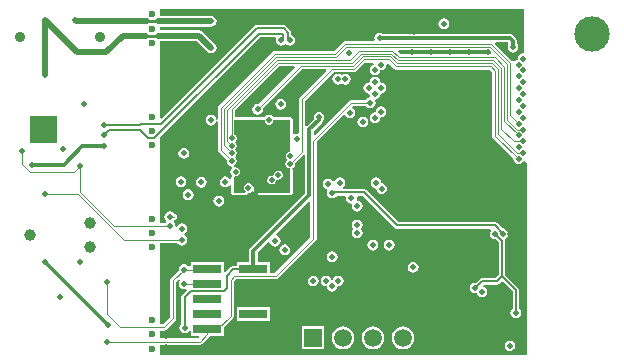
<source format=gbl>
G04*
G04 #@! TF.GenerationSoftware,Altium Limited,Altium Designer,20.0.13 (296)*
G04*
G04 Layer_Physical_Order=4*
G04 Layer_Color=16711680*
%FSLAX24Y24*%
%MOIN*%
G70*
G01*
G75*
%ADD11C,0.0079*%
%ADD12C,0.0059*%
%ADD13C,0.0098*%
%ADD15C,0.0118*%
%ADD19C,0.0049*%
%ADD43R,0.0945X0.0299*%
%ADD55R,0.0118X0.0197*%
%ADD119C,0.0236*%
%ADD122C,0.0354*%
%ADD123C,0.1181*%
%ADD127C,0.0197*%
%ADD138C,0.0390*%
%ADD139O,0.0354X0.0630*%
%ADD140C,0.0591*%
%ADD141R,0.0591X0.0591*%
%ADD142C,0.0197*%
%ADD143C,0.0240*%
G36*
X12500Y11680D02*
Y10208D01*
X12490Y10200D01*
X12421Y10187D01*
X12362Y10147D01*
X12323Y10089D01*
X12310Y10020D01*
X12314Y10000D01*
X12264Y9990D01*
X12205Y9951D01*
X12189Y9927D01*
X12187Y9926D01*
X12132Y9931D01*
X12122Y9945D01*
X11545Y10522D01*
X11564Y10568D01*
X11979D01*
X11990Y10558D01*
Y10490D01*
X11978Y10473D01*
X11965Y10404D01*
X11978Y10334D01*
X12018Y10276D01*
X12076Y10237D01*
X12145Y10223D01*
X12214Y10237D01*
X12273Y10276D01*
X12312Y10334D01*
X12326Y10404D01*
X12312Y10473D01*
X12273Y10531D01*
X12271Y10533D01*
Y10616D01*
X12260Y10670D01*
X12230Y10715D01*
X12137Y10808D01*
X12091Y10838D01*
X12037Y10849D01*
X7815D01*
X7776Y10876D01*
X7707Y10889D01*
X7638Y10876D01*
X7579Y10836D01*
X7540Y10778D01*
X7526Y10709D01*
X7535Y10662D01*
X7502Y10612D01*
X6546D01*
X6546Y10612D01*
X6506Y10604D01*
X6472Y10581D01*
X6472Y10581D01*
X6164Y10274D01*
X4199D01*
X4199Y10274D01*
X4158Y10266D01*
X4124Y10243D01*
X4124Y10243D01*
X2343Y8462D01*
X2321Y8428D01*
X2313Y8388D01*
X2313Y8388D01*
Y8027D01*
X2280Y7991D01*
X2280Y7991D01*
Y7991D01*
X2263Y7989D01*
X2262Y7990D01*
X2254Y8035D01*
X2214Y8093D01*
X2156Y8132D01*
X2087Y8146D01*
X2017Y8132D01*
X1959Y8093D01*
X1920Y8035D01*
X1906Y7966D01*
X1920Y7896D01*
X1959Y7838D01*
X2017Y7799D01*
X2087Y7785D01*
X2156Y7799D01*
X2214Y7838D01*
X2254Y7896D01*
X2262Y7941D01*
X2263Y7942D01*
X2280Y7940D01*
Y7940D01*
X2280Y7940D01*
X2313Y7904D01*
Y6980D01*
X2313Y6980D01*
X2321Y6940D01*
X2343Y6906D01*
X2611Y6639D01*
X2606Y6612D01*
X2619Y6543D01*
X2658Y6484D01*
X2717Y6445D01*
X2759Y6437D01*
X2758Y6430D01*
X2758Y6426D01*
X2758Y6425D01*
X2758Y6424D01*
X2759Y6418D01*
X2759Y6415D01*
X2760Y6412D01*
X2761Y6404D01*
X2763Y6400D01*
X2764Y6395D01*
X2769Y6374D01*
X2730Y6315D01*
X2716Y6246D01*
X2730Y6177D01*
X2769Y6118D01*
X2765Y6100D01*
X2761Y6091D01*
X2761Y6090D01*
X2760Y6089D01*
X2758Y6075D01*
X2754Y6061D01*
X2755Y6060D01*
X2754Y6058D01*
Y6030D01*
X2704Y6015D01*
X2687Y6041D01*
X2628Y6080D01*
X2559Y6094D01*
X2490Y6080D01*
X2431Y6041D01*
X2392Y5982D01*
X2378Y5913D01*
X2392Y5844D01*
X2431Y5786D01*
X2490Y5746D01*
X2559Y5733D01*
X2628Y5746D01*
X2687Y5786D01*
X2704Y5812D01*
X2754Y5797D01*
Y5552D01*
X2760Y5521D01*
X2778Y5495D01*
X2804Y5478D01*
X2835Y5472D01*
X3216D01*
X3229Y5475D01*
X3243Y5477D01*
X3244Y5478D01*
X3246Y5478D01*
X3258Y5486D01*
X3269Y5493D01*
X3271Y5494D01*
X3272Y5495D01*
X3280Y5507D01*
X3288Y5518D01*
X3300Y5543D01*
X3327Y5538D01*
X3396Y5552D01*
X3455Y5591D01*
X3459Y5597D01*
X3509Y5582D01*
Y5433D01*
X3528Y5388D01*
X3573Y5369D01*
X3618Y5388D01*
X3637Y5433D01*
Y5472D01*
X4724Y5472D01*
X4755Y5478D01*
X4781Y5495D01*
X4799Y5521D01*
X4805Y5552D01*
Y6322D01*
X4805Y6322D01*
X4805Y6322D01*
X4802Y6338D01*
X4799Y6353D01*
X4798Y6353D01*
X4798Y6353D01*
X4794Y6363D01*
X4833Y6388D01*
X4872Y6447D01*
X4886Y6516D01*
X4882Y6536D01*
X5169Y6823D01*
X5219Y6804D01*
Y5529D01*
X3391Y3701D01*
X3360Y3655D01*
X3350Y3601D01*
Y3229D01*
X2939D01*
Y3121D01*
X2829D01*
X2783Y3112D01*
X2744Y3086D01*
X2744Y3086D01*
X2556Y2897D01*
X2506Y2918D01*
Y3229D01*
X1404D01*
Y3097D01*
X1324D01*
X1309Y3120D01*
X1250Y3159D01*
X1181Y3173D01*
X1112Y3159D01*
X1053Y3120D01*
X1014Y3061D01*
X1000Y2992D01*
X1006Y2966D01*
X745Y2706D01*
X723Y2671D01*
X715Y2631D01*
X715Y2631D01*
Y1404D01*
X479Y1168D01*
X394D01*
Y3871D01*
X955D01*
X975Y3842D01*
X1033Y3803D01*
X1102Y3789D01*
X1171Y3803D01*
X1230Y3842D01*
X1269Y3901D01*
X1283Y3970D01*
X1269Y4039D01*
X1230Y4098D01*
X1177Y4134D01*
X1174Y4160D01*
X1177Y4187D01*
X1230Y4223D01*
X1269Y4281D01*
X1283Y4350D01*
X1269Y4420D01*
X1230Y4478D01*
X1171Y4517D01*
X1102Y4531D01*
X1033Y4517D01*
X975Y4478D01*
X935Y4420D01*
X888Y4431D01*
X889Y4439D01*
X876Y4508D01*
X836Y4567D01*
X831Y4570D01*
Y4612D01*
X838Y4626D01*
X853Y4648D01*
X882Y4654D01*
X916Y4677D01*
X939Y4711D01*
X947Y4751D01*
X939Y4792D01*
X916Y4826D01*
X882Y4849D01*
X853Y4854D01*
X836Y4879D01*
X778Y4918D01*
X709Y4932D01*
X640Y4918D01*
X581Y4879D01*
X542Y4821D01*
X528Y4751D01*
X542Y4682D01*
X581Y4624D01*
X567Y4577D01*
X546Y4554D01*
X394D01*
Y7408D01*
X3727Y10741D01*
X4226D01*
X4250Y10691D01*
X4238Y10630D01*
X4251Y10561D01*
X4290Y10502D01*
X4349Y10463D01*
X4418Y10449D01*
X4487Y10463D01*
X4526Y10489D01*
X4562Y10498D01*
X4597Y10489D01*
X4636Y10463D01*
X4705Y10449D01*
X4774Y10463D01*
X4833Y10502D01*
X4872Y10561D01*
X4886Y10630D01*
X4872Y10699D01*
X4833Y10758D01*
X4774Y10797D01*
X4761Y10800D01*
Y10890D01*
X4752Y10933D01*
X4728Y10968D01*
X4590Y11107D01*
X4554Y11131D01*
X4512Y11139D01*
X3607D01*
X3565Y11131D01*
X3529Y11107D01*
X440Y8017D01*
X394Y8036D01*
Y10609D01*
X1611D01*
X1963Y10257D01*
X2021Y10218D01*
X2091Y10204D01*
X2160Y10218D01*
X2218Y10257D01*
X2257Y10316D01*
X2271Y10385D01*
X2257Y10454D01*
X2218Y10513D01*
X1813Y10918D01*
X1755Y10957D01*
X1686Y10971D01*
X394D01*
Y11079D01*
X2087D01*
X2156Y11093D01*
X2214Y11132D01*
X2254Y11191D01*
X2267Y11260D01*
X2254Y11329D01*
X2214Y11387D01*
X2156Y11427D01*
X2087Y11440D01*
X394D01*
Y11680D01*
X11811Y11680D01*
X12500Y11680D01*
D02*
G37*
G36*
X11414Y10216D02*
X11395Y10169D01*
X8399D01*
X8312Y10257D01*
X8331Y10303D01*
X11327D01*
X11414Y10216D01*
D02*
G37*
G36*
X7526Y9840D02*
X7523Y9831D01*
X7480Y9822D01*
X7421Y9783D01*
X7382Y9725D01*
X7369Y9656D01*
X7382Y9586D01*
X7421Y9528D01*
X7480Y9489D01*
X7549Y9475D01*
X7618Y9489D01*
X7677Y9528D01*
X7716Y9586D01*
X7728Y9646D01*
X7746Y9642D01*
X7815Y9656D01*
X7874Y9695D01*
X7913Y9754D01*
X7927Y9823D01*
X7970Y9860D01*
X7992Y9861D01*
X8164Y9689D01*
X8164Y9689D01*
X8198Y9666D01*
X8238Y9658D01*
X8238Y9658D01*
X11369D01*
X11450Y9578D01*
Y7451D01*
X11450Y7451D01*
X11458Y7410D01*
X11481Y7376D01*
X12157Y6700D01*
X12152Y6673D01*
X12166Y6604D01*
X12205Y6545D01*
X12264Y6506D01*
X12333Y6493D01*
X12402Y6506D01*
X12460Y6545D01*
X12468Y6558D01*
X12499Y6593D01*
X12549Y6594D01*
X12598Y6544D01*
X12598Y131D01*
X394Y131D01*
Y485D01*
X1718D01*
X1718Y485D01*
X1759Y493D01*
X1793Y516D01*
X2029Y752D01*
X2043Y772D01*
X2506D01*
Y1080D01*
X2806Y1380D01*
X2806Y1380D01*
X2829Y1414D01*
X2837Y1454D01*
X2837Y1454D01*
Y2601D01*
X2907Y2672D01*
X4247D01*
X4247Y2672D01*
X4287Y2680D01*
X4321Y2703D01*
X5567Y3948D01*
X5567Y3948D01*
X5589Y3982D01*
X5598Y4022D01*
X5598Y4022D01*
Y7245D01*
X6496Y8143D01*
X6551Y8129D01*
X6582Y8082D01*
X6641Y8043D01*
X6710Y8029D01*
X6779Y8043D01*
X6838Y8082D01*
X6877Y8141D01*
X6891Y8210D01*
X6877Y8279D01*
X6838Y8338D01*
X6805Y8360D01*
X6795Y8415D01*
X6819Y8445D01*
X7243D01*
X7258Y8422D01*
X7317Y8383D01*
X7386Y8369D01*
X7455Y8383D01*
X7514Y8422D01*
X7553Y8481D01*
X7566Y8550D01*
X7554Y8612D01*
X7553Y8620D01*
X7582Y8665D01*
X7618Y8672D01*
X7677Y8711D01*
X7716Y8769D01*
X7724Y8808D01*
X7746Y8855D01*
X7815Y8869D01*
X7874Y8908D01*
X7913Y8966D01*
X7927Y9035D01*
X7913Y9105D01*
X7874Y9163D01*
X7815Y9202D01*
X7746Y9216D01*
X7724Y9263D01*
X7716Y9301D01*
X7677Y9360D01*
X7618Y9399D01*
X7549Y9413D01*
X7480Y9399D01*
X7421Y9360D01*
X7382Y9301D01*
X7369Y9232D01*
X7321Y9214D01*
X7264Y9203D01*
X7205Y9164D01*
X7166Y9105D01*
X7152Y9036D01*
X7166Y8967D01*
X7205Y8908D01*
X7264Y8869D01*
X7333Y8855D01*
X7373Y8819D01*
X7381Y8777D01*
X7382Y8769D01*
X7353Y8724D01*
X7317Y8717D01*
X7258Y8678D01*
X7243Y8655D01*
X6753D01*
X6753Y8655D01*
X6713Y8647D01*
X6679Y8625D01*
X6679Y8625D01*
X5546Y7492D01*
X5500Y7511D01*
Y7604D01*
X5781Y7885D01*
X5811Y7931D01*
X5814Y7942D01*
X5849Y7994D01*
X5862Y8063D01*
X5849Y8133D01*
X5809Y8191D01*
X5751Y8230D01*
X5682Y8244D01*
X5612Y8230D01*
X5554Y8191D01*
X5515Y8133D01*
X5501Y8063D01*
X5511Y8013D01*
X5264Y7765D01*
X5248Y7767D01*
X5214Y7782D01*
Y8615D01*
X6169Y9571D01*
X6853D01*
X6853Y9571D01*
X6893Y9579D01*
X6928Y9602D01*
X7216Y9890D01*
X7492D01*
X7526Y9840D01*
D02*
G37*
G36*
X4724Y6919D02*
X4715Y6910D01*
X4704Y6909D01*
X4694Y6908D01*
X4683Y6906D01*
X4673Y6904D01*
X4663Y6901D01*
X4653Y6897D01*
X4644Y6892D01*
X4635Y6886D01*
X4626Y6880D01*
X4618Y6874D01*
X4610Y6867D01*
X4603Y6859D01*
X4597Y6851D01*
X4591Y6842D01*
X4585Y6833D01*
X4580Y6824D01*
X4576Y6814D01*
X4573Y6804D01*
X4570Y6794D01*
X4569Y6783D01*
X4567Y6773D01*
X4567Y6762D01*
X4567Y6752D01*
X4569Y6741D01*
X4570Y6731D01*
X4573Y6721D01*
X4576Y6711D01*
X4580Y6701D01*
X4585Y6691D01*
X4591Y6682D01*
X4597Y6674D01*
X4604Y6659D01*
X4606Y6642D01*
X4602Y6626D01*
X4593Y6613D01*
X4587Y6605D01*
X4581Y6596D01*
X4575Y6587D01*
X4571Y6577D01*
X4567Y6568D01*
X4563Y6558D01*
X4561Y6547D01*
X4559Y6537D01*
X4558Y6527D01*
X4557Y6516D01*
X4558Y6506D01*
X4559Y6495D01*
X4561Y6485D01*
X4563Y6474D01*
X4567Y6464D01*
X4571Y6455D01*
X4575Y6445D01*
X4581Y6436D01*
X4587Y6428D01*
X4593Y6419D01*
X4600Y6412D01*
X4608Y6404D01*
X4616Y6398D01*
X4625Y6392D01*
X4634Y6386D01*
X4644Y6382D01*
X4653Y6378D01*
X4663Y6374D01*
X4674Y6372D01*
X4684Y6370D01*
X4694Y6369D01*
X4705Y6368D01*
X4724Y6322D01*
Y5552D01*
X3632Y5552D01*
Y5709D01*
X3632Y5715D01*
X3631Y5722D01*
X3629Y5728D01*
X3626Y5734D01*
X3623Y5740D01*
X3619Y5746D01*
X3615Y5750D01*
X3610Y5755D01*
X3604Y5759D01*
X3598Y5762D01*
X3592Y5764D01*
X3586Y5766D01*
X3579Y5767D01*
X3573Y5768D01*
X3566Y5767D01*
X3560Y5766D01*
X3553Y5764D01*
X3547Y5762D01*
X3541Y5759D01*
X3536Y5755D01*
X3531Y5750D01*
X3527Y5746D01*
X3523Y5741D01*
X3517Y5740D01*
X3501Y5739D01*
X3471Y5749D01*
X3471Y5750D01*
X3469Y5760D01*
X3465Y5770D01*
X3461Y5780D01*
X3456Y5789D01*
X3451Y5798D01*
X3445Y5807D01*
X3438Y5815D01*
X3431Y5823D01*
X3424Y5830D01*
X3415Y5837D01*
X3407Y5843D01*
X3398Y5848D01*
X3388Y5853D01*
X3378Y5857D01*
X3368Y5860D01*
X3358Y5863D01*
X3348Y5865D01*
X3337Y5866D01*
X3327Y5866D01*
X3316Y5866D01*
X3306Y5865D01*
X3295Y5863D01*
X3285Y5860D01*
X3275Y5857D01*
X3265Y5853D01*
X3256Y5848D01*
X3247Y5843D01*
X3238Y5837D01*
X3230Y5830D01*
X3222Y5823D01*
X3215Y5815D01*
X3209Y5807D01*
X3202Y5798D01*
X3197Y5789D01*
X3192Y5780D01*
X3188Y5770D01*
X3185Y5760D01*
X3182Y5750D01*
X3181Y5740D01*
X3179Y5729D01*
X3179Y5719D01*
X3179Y5708D01*
X3181Y5697D01*
X3182Y5687D01*
X3185Y5677D01*
X3188Y5667D01*
X3192Y5657D01*
X3197Y5648D01*
X3202Y5639D01*
X3209Y5630D01*
X3215Y5622D01*
X3222Y5614D01*
X3230Y5607D01*
X3236Y5602D01*
X3236Y5596D01*
X3216Y5552D01*
X2835D01*
Y6058D01*
X2838Y6067D01*
X2844Y6074D01*
X2862Y6088D01*
X2885Y6099D01*
X2886Y6099D01*
X2897Y6098D01*
X2907Y6099D01*
X2918Y6100D01*
X2928Y6102D01*
X2938Y6104D01*
X2948Y6108D01*
X2958Y6112D01*
X2968Y6116D01*
X2977Y6122D01*
X2985Y6128D01*
X2994Y6134D01*
X3001Y6142D01*
X3008Y6149D01*
X3015Y6158D01*
X3021Y6166D01*
X3026Y6175D01*
X3031Y6185D01*
X3035Y6194D01*
X3039Y6204D01*
X3041Y6215D01*
X3043Y6225D01*
X3044Y6236D01*
X3045Y6246D01*
X3044Y6257D01*
X3043Y6267D01*
X3041Y6277D01*
X3039Y6288D01*
X3035Y6298D01*
X3031Y6307D01*
X3026Y6317D01*
X3021Y6326D01*
X3015Y6335D01*
X3008Y6343D01*
X3001Y6351D01*
X2994Y6358D01*
X2985Y6364D01*
X2977Y6370D01*
X2968Y6376D01*
X2958Y6380D01*
X2948Y6384D01*
X2938Y6388D01*
X2928Y6390D01*
X2918Y6392D01*
X2907Y6393D01*
X2897Y6394D01*
X2886Y6393D01*
X2885Y6393D01*
X2862Y6404D01*
X2844Y6418D01*
X2838Y6425D01*
X2838Y6426D01*
X2838Y6431D01*
X2848Y6478D01*
X2857Y6483D01*
X2866Y6488D01*
X2875Y6494D01*
X2883Y6501D01*
X2891Y6508D01*
X2898Y6515D01*
X2904Y6524D01*
X2910Y6532D01*
X2916Y6541D01*
X2921Y6551D01*
X2925Y6561D01*
X2928Y6571D01*
X2930Y6581D01*
X2932Y6591D01*
X2934Y6602D01*
X2934Y6612D01*
X2934Y6623D01*
X2932Y6633D01*
X2930Y6644D01*
X2928Y6654D01*
X2925Y6664D01*
X2921Y6674D01*
X2916Y6683D01*
X2910Y6692D01*
X2904Y6701D01*
X2899Y6707D01*
X2896Y6711D01*
X2896Y6712D01*
X2891Y6732D01*
X2891Y6752D01*
X2897Y6770D01*
X2898Y6773D01*
X2899Y6774D01*
X2905Y6782D01*
X2911Y6790D01*
X2917Y6799D01*
X2921Y6809D01*
X2925Y6818D01*
X2929Y6828D01*
X2931Y6839D01*
X2933Y6849D01*
X2934Y6860D01*
X2935Y6870D01*
X2934Y6881D01*
X2933Y6891D01*
X2931Y6901D01*
X2929Y6912D01*
X2925Y6922D01*
X2921Y6931D01*
X2917Y6941D01*
X2911Y6950D01*
X2905Y6959D01*
X2904Y6960D01*
X2899Y6967D01*
X2891Y6984D01*
X2890Y7001D01*
X2896Y7018D01*
X2904Y7028D01*
X2910Y7037D01*
X2915Y7046D01*
X2920Y7055D01*
X2924Y7065D01*
X2927Y7075D01*
X2930Y7085D01*
X2932Y7095D01*
X2933Y7106D01*
X2933Y7116D01*
X2933Y7127D01*
X2932Y7138D01*
X2930Y7148D01*
X2927Y7158D01*
X2924Y7168D01*
X2920Y7178D01*
X2915Y7187D01*
X2910Y7196D01*
X2904Y7205D01*
X2897Y7215D01*
X2890Y7232D01*
X2891Y7248D01*
X2899Y7266D01*
X2904Y7273D01*
X2905Y7274D01*
X2911Y7283D01*
X2917Y7292D01*
X2921Y7301D01*
X2925Y7311D01*
X2929Y7321D01*
X2931Y7331D01*
X2933Y7342D01*
X2934Y7352D01*
X2935Y7363D01*
X2934Y7373D01*
X2933Y7384D01*
X2931Y7394D01*
X2929Y7404D01*
X2925Y7414D01*
X2921Y7424D01*
X2917Y7433D01*
X2911Y7442D01*
X2905Y7451D01*
X2899Y7459D01*
X2892Y7467D01*
X2884Y7474D01*
X2876Y7481D01*
X2867Y7487D01*
X2861Y7490D01*
Y7992D01*
X3818Y7992D01*
X3829Y7989D01*
X3866Y7966D01*
X3867Y7955D01*
X3868Y7945D01*
X3870Y7934D01*
X3872Y7924D01*
X3876Y7914D01*
X3880Y7904D01*
X3884Y7895D01*
X3890Y7886D01*
X3896Y7877D01*
X3902Y7869D01*
X3910Y7861D01*
X3917Y7854D01*
X3926Y7847D01*
X3934Y7841D01*
X3943Y7836D01*
X3953Y7831D01*
X3962Y7827D01*
X3972Y7824D01*
X3983Y7821D01*
X3993Y7819D01*
X4004Y7818D01*
X4014Y7818D01*
X4025Y7818D01*
X4035Y7819D01*
X4045Y7821D01*
X4056Y7824D01*
X4066Y7827D01*
X4075Y7831D01*
X4085Y7836D01*
X4094Y7841D01*
X4103Y7847D01*
X4111Y7854D01*
X4119Y7861D01*
X4126Y7869D01*
X4132Y7877D01*
X4138Y7886D01*
X4144Y7895D01*
X4148Y7904D01*
X4153Y7914D01*
X4156Y7924D01*
X4158Y7934D01*
X4160Y7945D01*
X4161Y7955D01*
X4162Y7966D01*
X4199Y7989D01*
X4210Y7992D01*
X4724D01*
Y6919D01*
D02*
G37*
G36*
X4878Y9721D02*
X3658Y8502D01*
X3632Y8507D01*
X3563Y8494D01*
X3504Y8454D01*
X3465Y8396D01*
X3451Y8327D01*
X3465Y8258D01*
X3504Y8199D01*
X3563Y8160D01*
X3632Y8146D01*
X3701Y8160D01*
X3760Y8199D01*
X3799Y8258D01*
X3813Y8327D01*
X3807Y8353D01*
X5123Y9669D01*
X5904D01*
X5923Y9623D01*
X5034Y8733D01*
X5011Y8699D01*
X5003Y8659D01*
X5003Y8659D01*
Y7560D01*
X4953Y7519D01*
X4931Y7523D01*
X4862Y7509D01*
X4849Y7501D01*
X4805Y7524D01*
Y7992D01*
X4799Y8023D01*
X4781Y8049D01*
X4755Y8066D01*
X4724Y8072D01*
X4210D01*
X4197Y8070D01*
X4185Y8068D01*
X4174Y8065D01*
X4166Y8060D01*
X4164Y8060D01*
X4142Y8093D01*
X4083Y8132D01*
X4014Y8146D01*
X3945Y8132D01*
X3886Y8093D01*
X3864Y8060D01*
X3862Y8060D01*
X3854Y8065D01*
X3843Y8068D01*
X3831Y8070D01*
X3818Y8072D01*
X2892Y8072D01*
Y8296D01*
X4365Y9768D01*
X4858D01*
X4878Y9721D01*
D02*
G37*
G36*
X-3062Y7205D02*
X-3937Y7205D01*
X-3937Y8101D01*
X-3062Y8101D01*
X-3062Y7205D01*
D02*
G37*
G36*
X5387Y5234D02*
Y4066D01*
X4203Y2882D01*
X4041D01*
Y3229D01*
X3631D01*
Y3543D01*
X3995Y3907D01*
X4049Y3891D01*
X4054Y3868D01*
X4093Y3809D01*
X4152Y3770D01*
X4221Y3756D01*
X4290Y3770D01*
X4349Y3809D01*
X4388Y3868D01*
X4401Y3937D01*
X4388Y4006D01*
X4349Y4065D01*
X4290Y4104D01*
X4267Y4108D01*
X4250Y4163D01*
X5341Y5253D01*
X5387Y5234D01*
D02*
G37*
G36*
X1048Y2639D02*
X1014Y2589D01*
X1000Y2520D01*
X1014Y2451D01*
X1053Y2392D01*
X1112Y2353D01*
X1181Y2339D01*
X1250Y2353D01*
X1253Y2354D01*
X1285Y2316D01*
X1116Y2147D01*
X1090Y2108D01*
X1080Y2062D01*
X1080Y2062D01*
Y1176D01*
X1073Y1171D01*
X1034Y1112D01*
X1020Y1043D01*
X1034Y974D01*
X1073Y916D01*
X1132Y876D01*
X1201Y863D01*
X1270Y876D01*
X1329Y916D01*
X1354Y953D01*
X1404Y938D01*
Y772D01*
X1673D01*
X1693Y725D01*
X1670Y696D01*
X394D01*
Y958D01*
X523D01*
X523Y958D01*
X563Y966D01*
X597Y988D01*
X895Y1285D01*
X895Y1285D01*
X917Y1320D01*
X925Y1360D01*
X925Y1360D01*
Y2587D01*
X1009Y2671D01*
X1048Y2639D01*
D02*
G37*
%LPC*%
G36*
X9843Y11362D02*
X9773Y11348D01*
X9715Y11309D01*
X9676Y11250D01*
X9662Y11181D01*
X9676Y11112D01*
X9715Y11053D01*
X9773Y11014D01*
X9843Y11000D01*
X9912Y11014D01*
X9970Y11053D01*
X10009Y11112D01*
X10023Y11181D01*
X10009Y11250D01*
X9970Y11309D01*
X9912Y11348D01*
X9843Y11362D01*
D02*
G37*
G36*
X1171Y7041D02*
X1102Y7027D01*
X1044Y6988D01*
X1004Y6929D01*
X991Y6860D01*
X1004Y6791D01*
X1044Y6733D01*
X1102Y6693D01*
X1171Y6680D01*
X1240Y6693D01*
X1299Y6733D01*
X1338Y6791D01*
X1352Y6860D01*
X1338Y6929D01*
X1299Y6988D01*
X1240Y7027D01*
X1171Y7041D01*
D02*
G37*
G36*
X1083Y6096D02*
X1014Y6082D01*
X955Y6043D01*
X916Y5984D01*
X902Y5915D01*
X916Y5846D01*
X955Y5788D01*
X1014Y5748D01*
X1083Y5735D01*
X1152Y5748D01*
X1210Y5788D01*
X1250Y5846D01*
X1263Y5915D01*
X1250Y5984D01*
X1210Y6043D01*
X1152Y6082D01*
X1083Y6096D01*
D02*
G37*
G36*
X1762Y6076D02*
X1693Y6063D01*
X1634Y6023D01*
X1595Y5965D01*
X1581Y5896D01*
X1595Y5827D01*
X1634Y5768D01*
X1693Y5729D01*
X1762Y5715D01*
X1831Y5729D01*
X1890Y5768D01*
X1929Y5827D01*
X1942Y5896D01*
X1929Y5965D01*
X1890Y6023D01*
X1831Y6063D01*
X1762Y6076D01*
D02*
G37*
G36*
X1319Y5673D02*
X1250Y5659D01*
X1191Y5620D01*
X1152Y5561D01*
X1138Y5492D01*
X1152Y5423D01*
X1191Y5364D01*
X1250Y5325D01*
X1319Y5311D01*
X1388Y5325D01*
X1447Y5364D01*
X1486Y5423D01*
X1500Y5492D01*
X1486Y5561D01*
X1447Y5620D01*
X1388Y5659D01*
X1319Y5673D01*
D02*
G37*
G36*
X2343Y5446D02*
X2273Y5433D01*
X2215Y5393D01*
X2176Y5335D01*
X2162Y5266D01*
X2176Y5197D01*
X2215Y5138D01*
X2273Y5099D01*
X2343Y5085D01*
X2412Y5099D01*
X2470Y5138D01*
X2509Y5197D01*
X2523Y5266D01*
X2509Y5335D01*
X2470Y5393D01*
X2412Y5433D01*
X2343Y5446D01*
D02*
G37*
G36*
X6562Y9512D02*
X6493Y9499D01*
X6435Y9460D01*
X6378Y9498D01*
X6309Y9512D01*
X6240Y9498D01*
X6182Y9459D01*
X6142Y9400D01*
X6129Y9331D01*
X6142Y9262D01*
X6182Y9203D01*
X6240Y9164D01*
X6309Y9151D01*
X6378Y9164D01*
X6436Y9203D01*
X6493Y9165D01*
X6562Y9151D01*
X6631Y9165D01*
X6690Y9204D01*
X6729Y9263D01*
X6743Y9332D01*
X6729Y9401D01*
X6690Y9459D01*
X6631Y9499D01*
X6562Y9512D01*
D02*
G37*
G36*
X7746Y8429D02*
X7677Y8415D01*
X7618Y8376D01*
X7579Y8317D01*
X7571Y8278D01*
X7549Y8232D01*
X7480Y8218D01*
X7421Y8179D01*
X7382Y8120D01*
X7369Y8051D01*
X7382Y7982D01*
X7421Y7923D01*
X7480Y7884D01*
X7549Y7871D01*
X7618Y7884D01*
X7677Y7923D01*
X7716Y7982D01*
X7724Y8021D01*
X7746Y8067D01*
X7815Y8081D01*
X7874Y8120D01*
X7913Y8179D01*
X7927Y8248D01*
X7913Y8317D01*
X7874Y8376D01*
X7815Y8415D01*
X7746Y8429D01*
D02*
G37*
G36*
X7140Y8091D02*
X7071Y8077D01*
X7012Y8038D01*
X6973Y7979D01*
X6959Y7910D01*
X6973Y7841D01*
X7012Y7782D01*
X7071Y7743D01*
X7140Y7729D01*
X7209Y7743D01*
X7268Y7782D01*
X7307Y7841D01*
X7321Y7910D01*
X7307Y7979D01*
X7268Y8038D01*
X7209Y8077D01*
X7140Y8091D01*
D02*
G37*
G36*
X6370Y6063D02*
X6301Y6049D01*
X6243Y6010D01*
X6204Y5951D01*
X6199Y5926D01*
X6147Y5921D01*
X6116Y5967D01*
X6057Y6006D01*
X5988Y6020D01*
X5919Y6006D01*
X5860Y5967D01*
X5821Y5908D01*
X5808Y5839D01*
X5821Y5770D01*
X5860Y5711D01*
X5919Y5672D01*
X5942Y5668D01*
X5961Y5621D01*
X5960Y5620D01*
X5946Y5551D01*
X5960Y5482D01*
X5999Y5423D01*
X6058Y5384D01*
X6127Y5371D01*
X6196Y5384D01*
X6255Y5423D01*
X6273Y5451D01*
X6551D01*
X6589Y5401D01*
X6582Y5364D01*
X6595Y5295D01*
X6634Y5237D01*
X6693Y5198D01*
X6744Y5187D01*
X6764Y5178D01*
X6781Y5137D01*
X6773Y5098D01*
X6787Y5029D01*
X6826Y4971D01*
X6885Y4932D01*
X6954Y4918D01*
X7023Y4932D01*
X7081Y4971D01*
X7121Y5029D01*
X7134Y5098D01*
X7121Y5168D01*
X7081Y5226D01*
X7023Y5265D01*
X6972Y5275D01*
X6951Y5285D01*
X6935Y5326D01*
X6943Y5364D01*
X6936Y5401D01*
X6973Y5451D01*
X7125D01*
X8202Y4374D01*
X8241Y4347D01*
X8287Y4338D01*
X8287Y4338D01*
X11376D01*
X11403Y4288D01*
X11379Y4252D01*
X11365Y4183D01*
X11379Y4114D01*
X11418Y4056D01*
X11477Y4016D01*
X11546Y4003D01*
X11566Y4007D01*
X11671Y3902D01*
Y2822D01*
X11558Y2709D01*
X11112D01*
X11070Y2700D01*
X11034Y2676D01*
X10911Y2554D01*
X10891Y2558D01*
X10822Y2544D01*
X10763Y2505D01*
X10724Y2446D01*
X10710Y2377D01*
X10724Y2308D01*
X10763Y2249D01*
X10822Y2210D01*
X10891Y2197D01*
X10934Y2205D01*
X10940Y2170D01*
X10980Y2112D01*
X11038Y2073D01*
X11107Y2059D01*
X11176Y2073D01*
X11235Y2112D01*
X11274Y2170D01*
X11288Y2239D01*
X11274Y2309D01*
X11235Y2367D01*
X11176Y2406D01*
X11170Y2408D01*
X11153Y2458D01*
X11176Y2488D01*
X11604D01*
X11646Y2496D01*
X11682Y2520D01*
X11782Y2620D01*
X12134Y2268D01*
Y1685D01*
X12116Y1673D01*
X12077Y1614D01*
X12063Y1545D01*
X12077Y1476D01*
X12116Y1418D01*
X12175Y1378D01*
X12244Y1365D01*
X12313Y1378D01*
X12372Y1418D01*
X12411Y1476D01*
X12425Y1545D01*
X12411Y1614D01*
X12372Y1673D01*
X12354Y1685D01*
Y2314D01*
X12346Y2356D01*
X12322Y2392D01*
X11892Y2822D01*
Y3948D01*
X11883Y3990D01*
X11909Y4042D01*
X11929Y4055D01*
X11968Y4114D01*
X11982Y4183D01*
X11968Y4252D01*
X11929Y4311D01*
X11870Y4350D01*
X11801Y4364D01*
X11800Y4364D01*
X11620Y4544D01*
X11581Y4570D01*
X11535Y4579D01*
X11535Y4579D01*
X8337D01*
X7260Y5656D01*
X7221Y5682D01*
X7175Y5692D01*
X7175Y5692D01*
X6494D01*
X6479Y5742D01*
X6498Y5754D01*
X6537Y5813D01*
X6551Y5882D01*
X6537Y5951D01*
X6498Y6010D01*
X6440Y6049D01*
X6370Y6063D01*
D02*
G37*
G36*
X7579Y6066D02*
X7510Y6053D01*
X7451Y6014D01*
X7412Y5955D01*
X7398Y5886D01*
X7412Y5817D01*
X7451Y5758D01*
X7510Y5719D01*
X7539Y5713D01*
X7585Y5689D01*
X7599Y5620D01*
X7638Y5561D01*
X7697Y5522D01*
X7766Y5508D01*
X7835Y5522D01*
X7893Y5561D01*
X7933Y5620D01*
X7946Y5689D01*
X7933Y5758D01*
X7893Y5817D01*
X7835Y5856D01*
X7806Y5862D01*
X7759Y5886D01*
X7746Y5955D01*
X7706Y6014D01*
X7648Y6053D01*
X7579Y6066D01*
D02*
G37*
G36*
X6954Y4651D02*
X6885Y4637D01*
X6826Y4598D01*
X6787Y4539D01*
X6773Y4470D01*
X6787Y4401D01*
X6798Y4384D01*
X6823Y4340D01*
X6784Y4282D01*
X6770Y4213D01*
X6784Y4143D01*
X6823Y4085D01*
X6881Y4046D01*
X6950Y4032D01*
X7020Y4046D01*
X7078Y4085D01*
X7117Y4143D01*
X7131Y4213D01*
X7117Y4282D01*
X7106Y4299D01*
X7081Y4343D01*
X7121Y4401D01*
X7134Y4470D01*
X7121Y4539D01*
X7081Y4598D01*
X7023Y4637D01*
X6954Y4651D01*
D02*
G37*
G36*
X8019Y3986D02*
X7949Y3973D01*
X7891Y3934D01*
X7852Y3875D01*
X7838Y3806D01*
X7852Y3737D01*
X7891Y3678D01*
X7949Y3639D01*
X8019Y3625D01*
X8088Y3639D01*
X8146Y3678D01*
X8185Y3737D01*
X8199Y3806D01*
X8185Y3875D01*
X8146Y3934D01*
X8088Y3973D01*
X8019Y3986D01*
D02*
G37*
G36*
X7470D02*
X7401Y3973D01*
X7343Y3934D01*
X7304Y3875D01*
X7290Y3806D01*
X7304Y3737D01*
X7343Y3678D01*
X7401Y3639D01*
X7470Y3625D01*
X7540Y3639D01*
X7598Y3678D01*
X7637Y3737D01*
X7651Y3806D01*
X7637Y3875D01*
X7598Y3934D01*
X7540Y3973D01*
X7470Y3986D01*
D02*
G37*
G36*
X6122Y3596D02*
X6053Y3582D01*
X5994Y3543D01*
X5955Y3484D01*
X5941Y3415D01*
X5955Y3346D01*
X5994Y3288D01*
X6053Y3248D01*
X6122Y3235D01*
X6191Y3248D01*
X6250Y3288D01*
X6289Y3346D01*
X6303Y3415D01*
X6289Y3484D01*
X6250Y3543D01*
X6191Y3582D01*
X6122Y3596D01*
D02*
G37*
G36*
X8819Y3242D02*
X8750Y3228D01*
X8691Y3189D01*
X8652Y3130D01*
X8638Y3061D01*
X8652Y2992D01*
X8691Y2933D01*
X8750Y2894D01*
X8819Y2880D01*
X8888Y2894D01*
X8947Y2933D01*
X8986Y2992D01*
X9000Y3061D01*
X8986Y3130D01*
X8947Y3189D01*
X8888Y3228D01*
X8819Y3242D01*
D02*
G37*
G36*
X6319Y2789D02*
X6250Y2775D01*
X6191Y2736D01*
X6152Y2678D01*
X6143Y2629D01*
X6092D01*
X6082Y2678D01*
X6043Y2736D01*
X5984Y2775D01*
X5915Y2789D01*
X5846Y2775D01*
X5787Y2736D01*
X5748Y2678D01*
X5735Y2608D01*
X5748Y2539D01*
X5787Y2481D01*
X5846Y2442D01*
X5915Y2428D01*
X5942Y2433D01*
X5955Y2369D01*
X5994Y2310D01*
X6053Y2271D01*
X6122Y2257D01*
X6191Y2271D01*
X6250Y2310D01*
X6289Y2369D01*
X6301Y2431D01*
X6319Y2428D01*
X6388Y2442D01*
X6447Y2481D01*
X6486Y2539D01*
X6500Y2608D01*
X6486Y2678D01*
X6447Y2736D01*
X6388Y2775D01*
X6319Y2789D01*
D02*
G37*
G36*
X5492Y2789D02*
X5423Y2775D01*
X5364Y2736D01*
X5325Y2677D01*
X5311Y2608D01*
X5325Y2539D01*
X5364Y2481D01*
X5423Y2441D01*
X5492Y2428D01*
X5561Y2441D01*
X5620Y2481D01*
X5659Y2539D01*
X5673Y2608D01*
X5659Y2677D01*
X5620Y2736D01*
X5561Y2775D01*
X5492Y2789D01*
D02*
G37*
G36*
X4041Y1729D02*
X2939D01*
Y1272D01*
X4041D01*
Y1729D01*
D02*
G37*
G36*
X5858Y1093D02*
X5110D01*
Y344D01*
X5858D01*
Y1093D01*
D02*
G37*
G36*
X8484Y1096D02*
X8387Y1083D01*
X8296Y1045D01*
X8217Y985D01*
X8158Y907D01*
X8120Y816D01*
X8107Y719D01*
X8120Y621D01*
X8158Y530D01*
X8217Y452D01*
X8296Y392D01*
X8387Y354D01*
X8484Y341D01*
X8582Y354D01*
X8673Y392D01*
X8751Y452D01*
X8811Y530D01*
X8849Y621D01*
X8861Y719D01*
X8849Y816D01*
X8811Y907D01*
X8751Y985D01*
X8673Y1045D01*
X8582Y1083D01*
X8484Y1096D01*
D02*
G37*
G36*
X7484D02*
X7387Y1083D01*
X7296Y1045D01*
X7218Y985D01*
X7158Y907D01*
X7120Y816D01*
X7107Y719D01*
X7120Y621D01*
X7158Y530D01*
X7218Y452D01*
X7296Y392D01*
X7387Y354D01*
X7484Y341D01*
X7582Y354D01*
X7673Y392D01*
X7751Y452D01*
X7811Y530D01*
X7849Y621D01*
X7861Y719D01*
X7849Y816D01*
X7811Y907D01*
X7751Y985D01*
X7673Y1045D01*
X7582Y1083D01*
X7484Y1096D01*
D02*
G37*
G36*
X6484D02*
X6387Y1083D01*
X6296Y1045D01*
X6217Y985D01*
X6158Y907D01*
X6120Y816D01*
X6107Y719D01*
X6120Y621D01*
X6158Y530D01*
X6217Y452D01*
X6296Y392D01*
X6387Y354D01*
X6484Y341D01*
X6582Y354D01*
X6673Y392D01*
X6751Y452D01*
X6811Y530D01*
X6849Y621D01*
X6861Y719D01*
X6849Y816D01*
X6811Y907D01*
X6751Y985D01*
X6673Y1045D01*
X6582Y1083D01*
X6484Y1096D01*
D02*
G37*
G36*
X12048Y624D02*
X11979Y610D01*
X11920Y571D01*
X11881Y512D01*
X11867Y443D01*
X11881Y374D01*
X11920Y315D01*
X11979Y276D01*
X12048Y262D01*
X12117Y276D01*
X12176Y315D01*
X12215Y374D01*
X12228Y443D01*
X12215Y512D01*
X12176Y571D01*
X12117Y610D01*
X12048Y624D01*
D02*
G37*
G36*
X4326Y6288D02*
X4316Y6287D01*
X4305Y6286D01*
X4295Y6284D01*
X4285Y6282D01*
X4275Y6278D01*
X4265Y6274D01*
X4256Y6270D01*
X4247Y6264D01*
X4238Y6258D01*
X4230Y6252D01*
X4222Y6245D01*
X4215Y6237D01*
X4208Y6229D01*
X4202Y6220D01*
X4197Y6211D01*
X4192Y6201D01*
X4188Y6192D01*
X4185Y6182D01*
X4182Y6171D01*
X4180Y6161D01*
X4180Y6157D01*
X4176Y6150D01*
X4169Y6142D01*
X4147Y6126D01*
X4137Y6122D01*
X4130Y6120D01*
X4126Y6121D01*
X4115Y6122D01*
X4105Y6122D01*
X4094Y6122D01*
X4084Y6121D01*
X4073Y6119D01*
X4063Y6116D01*
X4053Y6113D01*
X4043Y6109D01*
X4034Y6104D01*
X4025Y6099D01*
X4016Y6093D01*
X4008Y6086D01*
X4000Y6079D01*
X3993Y6071D01*
X3986Y6063D01*
X3980Y6055D01*
X3975Y6046D01*
X3970Y6036D01*
X3966Y6026D01*
X3963Y6016D01*
X3960Y6006D01*
X3958Y5996D01*
X3957Y5985D01*
X3957Y5975D01*
X3957Y5964D01*
X3958Y5954D01*
X3960Y5943D01*
X3963Y5933D01*
X3966Y5923D01*
X3970Y5913D01*
X3975Y5904D01*
X3980Y5895D01*
X3986Y5886D01*
X3993Y5878D01*
X4000Y5870D01*
X4008Y5863D01*
X4016Y5856D01*
X4025Y5850D01*
X4034Y5845D01*
X4043Y5840D01*
X4053Y5836D01*
X4063Y5833D01*
X4073Y5830D01*
X4084Y5828D01*
X4094Y5827D01*
X4105Y5827D01*
X4115Y5827D01*
X4126Y5828D01*
X4136Y5830D01*
X4146Y5833D01*
X4156Y5836D01*
X4166Y5840D01*
X4175Y5845D01*
X4184Y5850D01*
X4193Y5856D01*
X4201Y5863D01*
X4209Y5870D01*
X4216Y5878D01*
X4223Y5886D01*
X4229Y5895D01*
X4234Y5904D01*
X4239Y5913D01*
X4243Y5923D01*
X4246Y5933D01*
X4249Y5943D01*
X4251Y5954D01*
X4251Y5957D01*
X4255Y5965D01*
X4262Y5973D01*
X4284Y5989D01*
X4294Y5993D01*
X4301Y5995D01*
X4305Y5994D01*
X4316Y5993D01*
X4326Y5992D01*
X4337Y5993D01*
X4347Y5994D01*
X4358Y5996D01*
X4368Y5998D01*
X4378Y6002D01*
X4388Y6006D01*
X4397Y6010D01*
X4406Y6016D01*
X4415Y6022D01*
X4423Y6028D01*
X4431Y6036D01*
X4438Y6043D01*
X4445Y6052D01*
X4451Y6060D01*
X4456Y6069D01*
X4461Y6079D01*
X4465Y6088D01*
X4468Y6098D01*
X4471Y6109D01*
X4473Y6119D01*
X4474Y6130D01*
X4474Y6140D01*
X4474Y6151D01*
X4473Y6161D01*
X4471Y6171D01*
X4468Y6182D01*
X4465Y6192D01*
X4461Y6201D01*
X4456Y6211D01*
X4451Y6220D01*
X4445Y6229D01*
X4438Y6237D01*
X4431Y6245D01*
X4423Y6252D01*
X4415Y6258D01*
X4406Y6264D01*
X4397Y6270D01*
X4388Y6274D01*
X4378Y6278D01*
X4368Y6282D01*
X4358Y6284D01*
X4347Y6286D01*
X4337Y6287D01*
X4326Y6288D01*
D02*
G37*
G36*
X4397Y8678D02*
X4328Y8664D01*
X4269Y8625D01*
X4230Y8566D01*
X4216Y8497D01*
X4230Y8428D01*
X4269Y8369D01*
X4328Y8330D01*
X4397Y8316D01*
X4466Y8330D01*
X4525Y8369D01*
X4564Y8428D01*
X4577Y8497D01*
X4564Y8566D01*
X4525Y8625D01*
X4466Y8664D01*
X4397Y8678D01*
D02*
G37*
G36*
X4535Y3833D02*
X4466Y3819D01*
X4408Y3780D01*
X4369Y3721D01*
X4355Y3652D01*
X4369Y3583D01*
X4408Y3525D01*
X4466Y3485D01*
X4535Y3472D01*
X4605Y3485D01*
X4663Y3525D01*
X4702Y3583D01*
X4716Y3652D01*
X4702Y3721D01*
X4663Y3780D01*
X4605Y3819D01*
X4535Y3833D01*
D02*
G37*
%LPD*%
D11*
X6147Y5571D02*
X7175D01*
X8287Y4459D01*
X11801Y4174D02*
Y4183D01*
X8287Y4459D02*
X11535D01*
X11801Y4192D01*
Y4183D02*
Y4192D01*
X6127Y5551D02*
X6147Y5571D01*
X1402Y2262D02*
X2508D01*
X1201Y2062D02*
X1402Y2262D01*
X1201Y1043D02*
Y2062D01*
X2618Y2372D02*
Y2789D01*
X2508Y2262D02*
X2618Y2372D01*
Y2789D02*
X2829Y3000D01*
X3490D01*
D12*
X12244Y1545D02*
Y2314D01*
X11782Y2776D02*
X12244Y2314D01*
X11604Y2598D02*
X11782Y2776D01*
X11112Y2598D02*
X11604D01*
X11782Y2776D02*
Y3948D01*
X11546Y4183D02*
X11782Y3948D01*
X10891Y2377D02*
X11112Y2598D01*
X413Y7835D02*
X3607Y11029D01*
X-293Y7835D02*
X413D01*
X-303Y7825D02*
X-293Y7835D01*
X-18Y7362D02*
X191D01*
X-303Y7648D02*
X-18Y7362D01*
X191D02*
X3681Y10852D01*
X4438D01*
X3607Y11029D02*
X4512D01*
X-1318Y7648D02*
X-303D01*
X-1479Y7487D02*
X-1318Y7648D01*
X4650Y10722D02*
Y10890D01*
X4512Y11029D02*
X4650Y10890D01*
X-1456Y7825D02*
X-303D01*
X4650Y10722D02*
X4705Y10667D01*
Y10630D02*
Y10667D01*
X-1479Y7802D02*
X-1456Y7825D01*
X4473Y10722D02*
Y10817D01*
X4438Y10852D02*
X4473Y10817D01*
X4418Y10667D02*
X4473Y10722D01*
X4418Y10630D02*
Y10667D01*
D13*
X-70Y11260D02*
X300D01*
X-70Y10790D02*
X300D01*
D15*
X5359Y5470D02*
Y7662D01*
X3490Y3601D02*
X5359Y5470D01*
X3490Y3000D02*
Y3601D01*
X3573Y5433D02*
Y5709D01*
X5682Y7985D02*
Y8063D01*
X5359Y7662D02*
X5682Y7985D01*
X12037Y10709D02*
X12130Y10616D01*
Y10419D02*
Y10616D01*
Y10419D02*
X12145Y10404D01*
X7707Y10709D02*
X12037D01*
X-3443Y3232D02*
X-1339Y1127D01*
X-2829Y6486D02*
X-2204Y7111D01*
X-1479D01*
X-3873Y6476D02*
X-2829Y6486D01*
D19*
X2863Y2777D02*
X4247D01*
X2731Y2645D02*
X2863Y2777D01*
X2731Y1454D02*
Y2645D01*
X5492Y4022D02*
Y7289D01*
X6753Y8550D01*
X4247Y2777D02*
X5492Y4022D01*
X7025Y10290D02*
X8129D01*
X8356Y10064D02*
X11531D01*
X8129Y10290D02*
X8356Y10064D01*
X2418Y6980D02*
X2786Y6612D01*
X523Y1063D02*
X820Y1360D01*
X-955Y1063D02*
X523D01*
X-1392Y1501D02*
X-955Y1063D01*
X1096Y3976D02*
X1102Y3970D01*
X-827Y3976D02*
X1096D01*
X-2352Y5502D02*
X-827Y3976D01*
X699Y4449D02*
X709Y4439D01*
X-1142Y4449D02*
X699D01*
X-2283Y5591D02*
X-1142Y4449D01*
X11850Y7943D02*
X12333Y7461D01*
X11850Y7943D02*
Y9744D01*
X6706Y9971D02*
X7025Y10290D01*
X4280Y9971D02*
X6706D01*
X2418Y6980D02*
Y8388D01*
X4199Y10168D02*
X6208D01*
X2418Y8388D02*
X4199Y10168D01*
X2516Y7141D02*
Y8347D01*
X4239Y10070D02*
X6248D01*
X2516Y8347D02*
X4239Y10070D01*
X2615Y8306D02*
X4280Y9971D01*
X2615Y7287D02*
Y8306D01*
X4321Y9873D02*
X6772D01*
X2787Y8339D02*
X4321Y9873D01*
X2787Y7363D02*
Y8339D01*
X6208Y10168D02*
X6546Y10507D01*
X6248Y10070D02*
X6587Y10408D01*
X6772Y9873D02*
X7090Y10192D01*
X5080Y9775D02*
X6812D01*
X3632Y8327D02*
X5080Y9775D01*
X6812D02*
X7131Y10094D01*
X6546Y10507D02*
X11411D01*
X6587Y10408D02*
X11371D01*
X6853Y9676D02*
X7172Y9995D01*
X6126Y9676D02*
X6853D01*
X5108Y8659D02*
X6126Y9676D01*
X7172Y9995D02*
X8007D01*
X7131Y10094D02*
X8048D01*
X7090Y10192D02*
X8088D01*
X5108Y6912D02*
Y8659D01*
X12047Y8137D02*
Y9871D01*
X11411Y10507D02*
X12047Y9871D01*
X12283Y7657D02*
X12490D01*
X11949Y7992D02*
X12283Y7657D01*
X11949Y7992D02*
Y9830D01*
X11371Y10408D02*
X11949Y9830D01*
X11555Y7451D02*
X12333Y6673D01*
X11555Y7451D02*
Y9622D01*
X11654Y7502D02*
X12286Y6870D01*
X11654Y7502D02*
Y9663D01*
X12286Y6870D02*
X12490D01*
X12172Y7264D02*
X12490D01*
X11752Y7684D02*
Y9703D01*
Y7684D02*
X12172Y7264D01*
X12047Y8137D02*
X12330Y7854D01*
X11413Y9764D02*
X11555Y9622D01*
X8238Y9764D02*
X11413D01*
X11449Y9867D02*
X11654Y9663D01*
X8274Y9867D02*
X11449D01*
X11490Y9966D02*
X11752Y9703D01*
X8315Y9966D02*
X11490D01*
X11531Y10064D02*
X11850Y9744D01*
X8088Y10192D02*
X8315Y9966D01*
X8048Y10094D02*
X8274Y9867D01*
X8007Y9995D02*
X8238Y9764D01*
X2516Y7141D02*
X2787Y6870D01*
X2615Y7287D02*
X2786Y7116D01*
X4712Y6516D02*
X5108Y6912D01*
X6753Y8550D02*
X7386D01*
X1102Y3970D02*
X1130D01*
X2278Y1000D02*
X2731Y1454D01*
X709Y4751D02*
X841D01*
X-1392Y1501D02*
Y2581D01*
X1955Y1000D02*
X2278D01*
X1955Y827D02*
Y1000D01*
X1718Y591D02*
X1955Y827D01*
X-1392Y591D02*
X1718D01*
X-2491Y6246D02*
X-2283Y6453D01*
X-3963Y6246D02*
X-2491D01*
X-4213Y6496D02*
X-3963Y6246D01*
X-4213Y6496D02*
Y6951D01*
X-3455Y5502D02*
X-2352D01*
X1102Y4350D02*
Y4412D01*
X1181Y2520D02*
X1936D01*
X1955Y2500D01*
X820Y2631D02*
X1181Y2992D01*
X820Y1360D02*
Y2631D01*
X-2283Y5591D02*
Y6453D01*
X1181Y2992D02*
X1946D01*
X1955Y3000D01*
D43*
D03*
Y2500D02*
D03*
Y2000D02*
D03*
Y1500D02*
D03*
Y1000D02*
D03*
X3490Y3000D02*
D03*
Y2500D02*
D03*
Y2000D02*
D03*
Y1500D02*
D03*
Y1000D02*
D03*
D55*
X3573Y5374D02*
D03*
Y5768D02*
D03*
D119*
X118Y7126D02*
D03*
Y3740D02*
D03*
Y8071D02*
D03*
Y7598D02*
D03*
X118Y1299D02*
D03*
X118Y827D02*
D03*
X118Y354D02*
D03*
X118Y4213D02*
D03*
Y4685D02*
D03*
Y11496D02*
D03*
Y11024D02*
D03*
Y10551D02*
D03*
D122*
X-4281Y10748D02*
D03*
X-1604D02*
D03*
D123*
X14764Y10827D02*
D03*
D127*
X-1417Y10236D02*
X-866Y10787D01*
X-2392Y10236D02*
X-1417D01*
X-3455Y11299D02*
X-2392Y10236D01*
X-866Y10787D02*
X-73D01*
X1686Y10790D02*
X2091Y10385D01*
X300Y10790D02*
X1686D01*
X-3455Y9469D02*
X-3455Y9469D01*
X-3455Y9469D02*
Y11299D01*
X-2416Y11260D02*
X-70D01*
X-2455Y11299D02*
X-2416Y11260D01*
X300D02*
X300Y11260D01*
X2087D01*
D138*
X-3943Y4126D02*
D03*
X-1943Y4526D02*
D03*
Y3726D02*
D03*
D139*
X5748Y11240D02*
D03*
X3150D02*
D03*
D140*
X8484Y719D02*
D03*
X7484D02*
D03*
X6484D02*
D03*
D141*
X5484D02*
D03*
D142*
X3327Y5719D02*
D03*
X2559Y5913D02*
D03*
X12333Y8248D02*
D03*
X12048Y443D02*
D03*
X11526Y974D02*
D03*
X11896Y236D02*
D03*
X5276Y4419D02*
D03*
X-2148Y8502D02*
D03*
X-2969Y2062D02*
D03*
X6370Y5882D02*
D03*
X7579Y5886D02*
D03*
X7746Y5416D02*
D03*
X6762Y5364D02*
D03*
X12244Y1545D02*
D03*
X12490Y2175D02*
D03*
X6713Y1585D02*
D03*
X6286Y1188D02*
D03*
X10827Y10965D02*
D03*
X12057Y3652D02*
D03*
X12060Y3061D02*
D03*
X10713Y2002D02*
D03*
X10715Y1451D02*
D03*
X11132Y968D02*
D03*
X10837D02*
D03*
X8858Y2362D02*
D03*
Y1181D02*
D03*
Y394D02*
D03*
X8071Y2756D02*
D03*
Y1969D02*
D03*
Y394D02*
D03*
X7677Y11417D02*
D03*
Y11024D02*
D03*
Y2362D02*
D03*
Y1575D02*
D03*
X7283Y1181D02*
D03*
X6890Y11417D02*
D03*
Y394D02*
D03*
X6496Y11417D02*
D03*
Y11024D02*
D03*
X6102Y11417D02*
D03*
Y11024D02*
D03*
Y394D02*
D03*
X4921D02*
D03*
X4528Y3937D02*
D03*
Y1969D02*
D03*
X3346Y3937D02*
D03*
Y394D02*
D03*
X2559Y11417D02*
D03*
X2165Y6299D02*
D03*
Y5512D02*
D03*
X984Y3543D02*
D03*
X591Y7087D02*
D03*
Y5906D02*
D03*
Y5118D02*
D03*
Y3543D02*
D03*
Y1969D02*
D03*
Y1575D02*
D03*
Y787D02*
D03*
X12191Y236D02*
D03*
X10541Y968D02*
D03*
X10062Y4197D02*
D03*
X9621Y4126D02*
D03*
Y3851D02*
D03*
Y3575D02*
D03*
Y3299D02*
D03*
Y3024D02*
D03*
Y2748D02*
D03*
Y2473D02*
D03*
Y2197D02*
D03*
Y1921D02*
D03*
Y1646D02*
D03*
Y1370D02*
D03*
X9622Y1095D02*
D03*
X9694Y829D02*
D03*
X9878Y623D02*
D03*
X10124Y500D02*
D03*
X10418Y495D02*
D03*
X10246Y968D02*
D03*
X10065Y1175D02*
D03*
Y1451D02*
D03*
Y1726D02*
D03*
Y2002D02*
D03*
Y2278D02*
D03*
Y2553D02*
D03*
Y2829D02*
D03*
Y3104D02*
D03*
Y3380D02*
D03*
Y3656D02*
D03*
Y3931D02*
D03*
X12490Y1880D02*
D03*
X11870Y2421D02*
D03*
Y2126D02*
D03*
X11860Y1270D02*
D03*
Y1565D02*
D03*
X11362D02*
D03*
Y1270D02*
D03*
X11546Y4183D02*
D03*
X11801Y4183D02*
D03*
X12060Y4180D02*
D03*
X11107Y2239D02*
D03*
X12485Y482D02*
D03*
X10525Y3848D02*
D03*
X11069Y3854D02*
D03*
X11230Y4163D02*
D03*
X10750Y4167D02*
D03*
X11362Y1860D02*
D03*
X11604Y486D02*
D03*
X10124Y236D02*
D03*
X11304Y484D02*
D03*
X10891Y2377D02*
D03*
X12490Y3061D02*
D03*
X5682Y8063D02*
D03*
X2340Y4843D02*
D03*
X1319Y5492D02*
D03*
X1762Y5896D02*
D03*
X1083Y5915D02*
D03*
X2343Y5266D02*
D03*
X6127Y5551D02*
D03*
X6954Y5098D02*
D03*
X5988Y5839D02*
D03*
X4326Y6140D02*
D03*
X4535Y5913D02*
D03*
X4105Y5975D02*
D03*
X2786Y6612D02*
D03*
X2897Y6246D02*
D03*
X12145Y10404D02*
D03*
X2218Y3639D02*
D03*
X581Y394D02*
D03*
X1201Y392D02*
D03*
X2356Y394D02*
D03*
X5179Y9484D02*
D03*
X3638Y8780D02*
D03*
X8819Y3061D02*
D03*
X9843Y11181D02*
D03*
X11779Y11024D02*
D03*
X5728Y10676D02*
D03*
X3953Y10633D02*
D03*
X2113Y10834D02*
D03*
X7215Y3179D02*
D03*
X8730Y1575D02*
D03*
X10419Y236D02*
D03*
X11305D02*
D03*
X11010D02*
D03*
X10715D02*
D03*
X12486D02*
D03*
X11600D02*
D03*
X12490Y2766D02*
D03*
Y2470D02*
D03*
Y3652D02*
D03*
Y3356D02*
D03*
X8331Y11309D02*
D03*
X7023Y11191D02*
D03*
X8858Y3599D02*
D03*
X5492Y3378D02*
D03*
X5502Y3764D02*
D03*
X4921Y3931D02*
D03*
X4358Y4892D02*
D03*
X3317Y4548D02*
D03*
Y4882D02*
D03*
X709Y6860D02*
D03*
Y10118D02*
D03*
X706Y9547D02*
D03*
X2018Y6876D02*
D03*
X1776Y9554D02*
D03*
Y10118D02*
D03*
X3265Y9676D02*
D03*
X3676Y9948D02*
D03*
X6309Y9331D02*
D03*
X4869Y8366D02*
D03*
X4715Y8669D02*
D03*
X7766Y5689D02*
D03*
X12333Y7067D02*
D03*
X12490Y6870D02*
D03*
Y7264D02*
D03*
X12333Y7461D02*
D03*
X7707Y10709D02*
D03*
X12330Y7854D02*
D03*
X12490Y7657D02*
D03*
X2787Y6870D02*
D03*
X2786Y7116D02*
D03*
X2787Y7363D02*
D03*
X12333Y6673D02*
D03*
X3632Y8327D02*
D03*
X6684Y10193D02*
D03*
X7549Y9656D02*
D03*
X6562Y9332D02*
D03*
X7746Y4636D02*
D03*
X8022Y4183D02*
D03*
X8022Y10935D02*
D03*
X8858Y10915D02*
D03*
X12057Y10935D02*
D03*
X11220Y10965D02*
D03*
X10433D02*
D03*
X12333Y9429D02*
D03*
X12330Y9035D02*
D03*
X12490Y9232D02*
D03*
Y8839D02*
D03*
Y10020D02*
D03*
X12333Y9823D02*
D03*
X12490Y9626D02*
D03*
X12330Y8642D02*
D03*
X12490Y8051D02*
D03*
Y8445D02*
D03*
X12333Y5886D02*
D03*
X12490Y4902D02*
D03*
X12333Y5098D02*
D03*
X12490Y5295D02*
D03*
X12333Y5492D02*
D03*
X12490Y5689D02*
D03*
Y6083D02*
D03*
X12333Y6280D02*
D03*
X12490Y6476D02*
D03*
X1102Y3970D02*
D03*
X709Y4439D02*
D03*
X5492Y2992D02*
D03*
X7766Y6083D02*
D03*
X7707Y6673D02*
D03*
X6954Y4470D02*
D03*
X5492Y2608D02*
D03*
X6562Y2854D02*
D03*
X8780Y5591D02*
D03*
X7470Y3806D02*
D03*
X7746Y7657D02*
D03*
X7549Y8051D02*
D03*
Y8839D02*
D03*
X7333Y9036D02*
D03*
X7746Y9035D02*
D03*
X7549Y9232D02*
D03*
X7746Y8248D02*
D03*
Y8642D02*
D03*
Y9429D02*
D03*
Y9823D02*
D03*
X5984Y4764D02*
D03*
X6240Y4508D02*
D03*
X4535Y3652D02*
D03*
X1171Y6860D02*
D03*
X945Y7781D02*
D03*
X6710Y8210D02*
D03*
X6713Y7844D02*
D03*
X7323Y9360D02*
D03*
X6122Y2438D02*
D03*
X5915Y2608D02*
D03*
X6319D02*
D03*
X6122Y3415D02*
D03*
X6950Y4213D02*
D03*
X12490Y3947D02*
D03*
Y4242D02*
D03*
X7140Y7910D02*
D03*
X7386Y8550D02*
D03*
X8858Y4183D02*
D03*
X8019Y3806D02*
D03*
X12333Y4459D02*
D03*
X11299Y7165D02*
D03*
X10669Y4882D02*
D03*
X11299Y10236D02*
D03*
Y8740D02*
D03*
X9409Y6378D02*
D03*
X10039Y5591D02*
D03*
X9409Y7953D02*
D03*
X10669Y6378D02*
D03*
X10039Y8740D02*
D03*
X10669Y9528D02*
D03*
X8780Y7165D02*
D03*
X9409Y10236D02*
D03*
X11299Y5591D02*
D03*
X8780Y8740D02*
D03*
Y10236D02*
D03*
X9409Y4882D02*
D03*
Y9528D02*
D03*
X10039Y7165D02*
D03*
X10669Y7953D02*
D03*
X11299Y9528D02*
D03*
X10669Y10236D02*
D03*
X8780Y6378D02*
D03*
X11299Y7953D02*
D03*
Y4882D02*
D03*
X10669Y5591D02*
D03*
X8780Y7953D02*
D03*
X10039Y10236D02*
D03*
X10039Y6378D02*
D03*
X10669Y8740D02*
D03*
X11299Y6378D02*
D03*
X9409Y8740D02*
D03*
Y5591D02*
D03*
X10039Y7953D02*
D03*
X8780Y4882D02*
D03*
X9409Y7165D02*
D03*
X10039Y9528D02*
D03*
X10669Y7165D02*
D03*
X8780Y9528D02*
D03*
X10039Y4880D02*
D03*
X10069Y10965D02*
D03*
X4705Y6516D02*
D03*
X4715Y6762D02*
D03*
X4535Y6307D02*
D03*
X4221Y3937D02*
D03*
X-1339Y1127D02*
D03*
X1201Y1043D02*
D03*
X-1392Y2581D02*
D03*
Y591D02*
D03*
X-1479Y7111D02*
D03*
X-3873Y6476D02*
D03*
X-4213Y6951D02*
D03*
X709Y4751D02*
D03*
X1102Y4350D02*
D03*
X-3443Y3232D02*
D03*
X-3455Y5502D02*
D03*
X1181Y2520D02*
D03*
X2087Y7966D02*
D03*
X-2283Y3232D02*
D03*
X1181Y2992D02*
D03*
X-2283Y6453D02*
D03*
X-3455Y9469D02*
D03*
X6976Y7165D02*
D03*
X5709Y7146D02*
D03*
X4931Y7343D02*
D03*
X4397Y8497D02*
D03*
X-2851Y7011D02*
D03*
X4705Y10630D02*
D03*
X-1479Y7802D02*
D03*
X4418Y10630D02*
D03*
X-1479Y7487D02*
D03*
X4014Y7966D02*
D03*
X2087Y11260D02*
D03*
X2091Y10385D02*
D03*
X-3455Y11299D02*
D03*
X-2455D02*
D03*
X6250Y4764D02*
D03*
X5984Y4508D02*
D03*
X-3706Y7437D02*
D03*
X-3706Y7870D02*
D03*
X-3272Y7437D02*
D03*
X-3272Y7870D02*
D03*
X3638Y6869D02*
D03*
X3953D02*
D03*
Y7184D02*
D03*
X3638D02*
D03*
D143*
X11054Y2958D02*
D03*
X11054Y3194D02*
D03*
X10817Y3194D02*
D03*
Y2958D02*
D03*
X11290D02*
D03*
X11290Y3194D02*
D03*
X11526Y3194D02*
D03*
Y2958D02*
D03*
M02*

</source>
